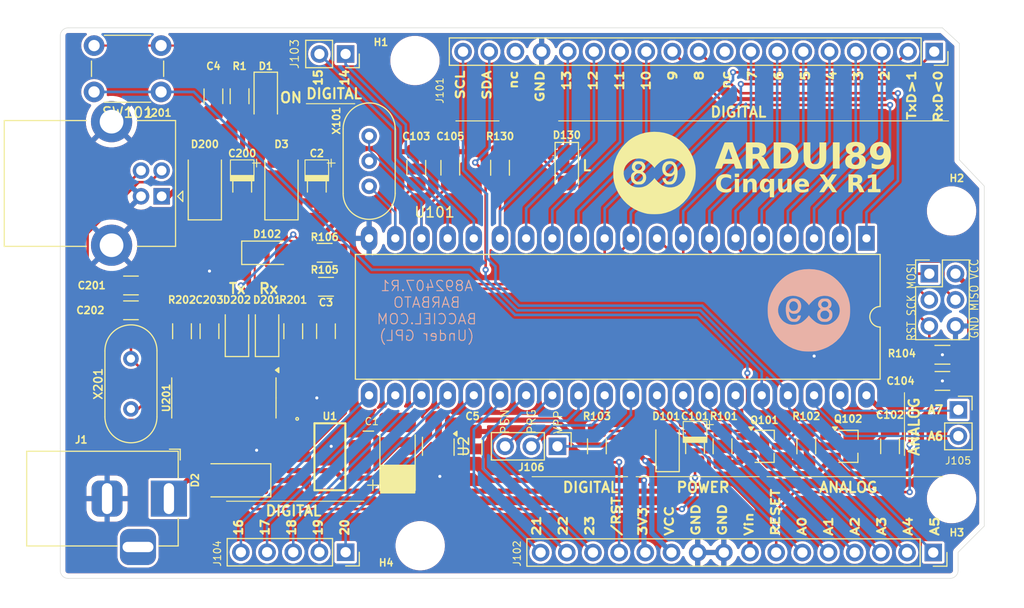
<source format=kicad_pcb>
(kicad_pcb (version 20240108) (generator "pcbnew") (generator_version "8.0")
  (title_block (title "Ardui89 Cinque X") (date "2024-07-31") (rev "1") (company "C. BARBATO") (comment 1 "A892407"))
  (layers (0 "F.Cu" signal) (31 "B.Cu" signal) (34 "B.Paste" user) (35 "F.Paste" user) (36 "B.SilkS" user "B.Silkscreen") (37 "F.SilkS" user "F.Silkscreen") (38 "B.Mask" user) (39 "F.Mask" user) (44 "Edge.Cuts" user))
  (net 0 "")
  (net 1 "VCC")
  (net 2 "GND")
  (net 3 "/RESET")
  (net 4 "Net-(U201-XI)")
  (net 5 "Net-(U201-V3)")
  (net 6 "Net-(U201-XO)")
  (net 7 "/D9")
  (net 8 "/D13")
  (net 9 "/D12")
  (net 10 "/D8")
  (net 11 "/D10")
  (net 12 "/D11")
  (net 13 "/D7")
  (net 14 "/D1")
  (net 15 "/D0")
  (net 16 "/D5")
  (net 17 "/D4")
  (net 18 "/D6")
  (net 19 "/D2")
  (net 20 "/D3")
  (net 21 "/A2")
  (net 22 "/A3")
  (net 23 "/A1")
  (net 24 "/A0")
  (net 25 "/D+")
  (net 26 "/D-")
  (net 27 "/Tx")
  (net 28 "/Rx")
  (net 34 "/D21")
  (net 35 "/D20")
  (net 36 "/D22")
  (net 37 "/3.3V")
  (net 38 "Net-(D3-A)")
  (net 39 "/A4_SDA")
  (net 40 "/A5_SCL")
  (net 41 "Net-(D1-A)")
  (net 42 "Net-(D200-A)")
  (net 44 "/Vin")
  (net 45 "Net-(D2-A)")
  (net 46 "Net-(D130-A)")
  (net 47 "/{slash}RST")
  (net 48 "Net-(D101-A)")
  (net 51 "Net-(U101-XTAL2)")
  (net 52 "Net-(U101-XTAL1)")
  (net 53 "Net-(D201-A)")
  (net 54 "/D14")
  (net 55 "/D15")
  (net 56 "/D23")
  (net 57 "/D17")
  (net 58 "/D18")
  (net 59 "/D19")
  (net 60 "/D16")
  (net 61 "/A6")
  (net 62 "/A7")
  (net 63 "Net-(J106-Pin_1)")
  (net 64 "Net-(J106-Pin_2)")
  (net 65 "Net-(J106-Pin_3)")
  (net 66 "/RTS")
  (net 67 "Net-(Q101-C)")
  (net 69 "Net-(D202-A)")
  (net 70 "Net-(D102-A)")
  (net 71 "Net-(Q102-C)")
  (footprint "Crystal:Crystal_HC49-4H_Vertical" (layer "F.Cu") (at 109.484 109.474 -90)
    (property "Reference" "X201")
    (property "Value" "12MHz")
  )
  (footprint "BACKCIEL:Ardu89_Uno_Analog_Power_Connector" (layer "F.Cu") (at 187.335 128.397 -90)
    (property "Reference" "J102")
    (property "Value" "Conn_01x16" (hide yes))
  )
  (footprint "Resistor_SMD:R_1206_3216Metric_Pad1.30x1.75mm_HandSolder" (layer "F.Cu") (at 128.28 99.187 180)
    (property "Reference" "R106")
    (property "Value" "330")
  )
  (footprint "BACKCIEL:C_1206_POL_3216Metric_Pad1.33x1.80mm_HandSolder" (layer "F.Cu") (at 164.221 117.983 -90)
    (property "Reference" "C101")
    (property "Value" "10µ")
  )
  (footprint "MountingHole:MountingHole_4.3mm_M4_DIN965" (layer "F.Cu") (at 189.113 95.123)
    (property "Reference" "H2")
    (property "Value" "MountingHole")
  )
  (footprint "Connector_PinSocket_2.54mm:PinSocket_1x02_P2.54mm_Vertical" (layer "F.Cu") (at 189.773 114.447)
    (property "Reference" "J105")
    (property "Value" "Extented Port")
  )
  (footprint "Package_DIP:DIP-40_W15.24mm_LongPads" (layer "F.Cu") (at 180.853 97.785 -90)
    (property "Reference" "U101")
    (property "Value" "89C5x")
  )
  (footprint "Connector_PinHeader_2.54mm:PinHeader_1x03_P2.54mm_Vertical" (layer "F.Cu") (at 150.871 117.983 -90)
    (property "Reference" "J106")
    (property "Value" "Conn_01x03")
  )
  (footprint "Diode_SMD:D_MELF" (layer "F.Cu") (at 116.653 92.581125 90)
    (property "Reference" "D200")
    (property "Value" "SM34")
  )
  (footprint "Diode_SMD:D_1206_3216Metric_Pad1.42x1.75mm_HandSolder" (layer "F.Cu") (at 122.692 99.187)
    (property "Reference" "D102")
    (property "Value" "1N5819W")
  )
  (footprint "Package_TO_SOT_SMD:TSOT-23-5_HandSoldering" (layer "F.Cu") (at 139.329 117.983 -90)
    (property "Reference" "U2")
    (property "Value" "LP2985-33DBVR")
  )
  (footprint "MountingHole:MountingHole_4.3mm_M4_DIN965" (layer "F.Cu") (at 189.113 123.063)
    (property "Reference" "H3")
    (property "Value" "MountingHole")
  )
  (footprint "BACKCIEL:Crystal_HC49-U-3PinB_Vertical" (layer "F.Cu") (at 132.598 87.847 -90)
    (property "Reference" "X101")
    (property "Value" "11.0592MHz")
  )
  (footprint "Package_SO:SOIC-16_3.9x9.9mm_P1.27mm" (layer "F.Cu") (at 118.501 113.284 -90)
    (property "Reference" "U201")
    (property "Value" "CH340G")
  )
  (footprint "BACKCIEL:Ardu89_Uno_Digital_Connector" (layer "F.Cu") (at 187.325 79.629 -90)
    (property "Reference" "J101")
    (property "Value" "Conn_01x19" (hide yes))
  )
  (footprint "Connector_PinSocket_2.54mm:PinSocket_1x02_P2.54mm_Vertical" (layer "F.Cu") (at 130.312 79.883 -90)
    (property "Reference" "J103")
    (property "Value" "Extented Port")
  )
  (footprint "Resistor_SMD:R_1206_3216Metric_Pad1.30x1.75mm_HandSolder" (layer "F.Cu") (at 120.025 83.9835 90)
    (property "Reference" "R1")
    (property "Value" "1k")
  )
  (footprint "Package_TO_SOT_SMD:TSOT-23_HandSoldering" (layer "F.Cu") (at 170.952 117.983)
    (property "Reference" "Q101")
    (property "Value" "MMBTA2907")
  )
  (footprint "Resistor_SMD:R_1206_3216Metric_Pad1.30x1.75mm_HandSolder" (layer "F.Cu") (at 114.437 106.807 -90)
    (property "Reference" "R202")
    (property "Value" "1k")
  )
  (footprint "Capacitor_SMD:C_1206_3216Metric_Pad1.33x1.80mm_HandSolder" (layer "F.Cu") (at 188.224 111.633 180)
    (property "Reference" "C104")
    (property "Value" "100n")
  )
  (footprint "Diode_SMD:D_MELF" (layer "F.Cu") (at 124.089 92.583 90)
    (property "Reference" "D3")
    (property "Value" "SM34")
  )
  (footprint "Capacitor_SMD:C_1206_3216Metric_Pad1.33x1.80mm_HandSolder" (layer "F.Cu") (at 109.484 104.775 180)
    (property "Reference" "C202")
    (property "Value" "27p")
  )
  (footprint "Resistor_SMD:R_1206_3216Metric_Pad1.30x1.75mm_HandSolder" (layer "F.Cu") (at 166.888 117.983 90)
    (property "Reference" "R101")
    (property "Value" "1k")
  )
  (footprint "BACKCIEL:C_2512_Pol_Tantale_Trainning" (layer "F.Cu") (at 135.519 118.999 90)
    (property "Reference" "C1")
    (property "Value" "10µ")
  )
  (footprint "Button_Switch_THT:SW_PUSH_6mm" (layer "F.Cu") (at 112.405 83.566 180)
    (property "Reference" "SW101")
    (property "Value" "SW_Push")
  )
  (footprint "Resistor_SMD:R_1206_3216Metric_Pad1.30x1.75mm_HandSolder" (layer "F.Cu") (at 188.224 109.093 180)
    (property "Reference" "R104")
    (property "Value" "1k")
  )
  (footprint "Diode_SMD:D_1206_3216Metric_Pad1.42x1.75mm_HandSolder" (layer "F.Cu") (at 122.565 84.1105 -90)
    (property "Reference" "D1")
    (property "Value" "LED")
  )
  (footprint "Connector_PinHeader_2.54mm:PinHeader_2x03_P2.54mm_Vertical" (layer "F.Cu") (at 186.954 101.219)
    (property "Reference" "ICSP101" (hide yes))
    (property "Value" "M20-9980346")
  )
  (footprint "Resistor_SMD:R_1206_3216Metric_Pad1.30x1.75mm_HandSolder" (layer "F.Cu") (at 154.696 117.983 90)
    (property "Reference" "R103")
    (property "Value" "1k")
  )
  (footprint "Connector_PinSocket_2.54mm:PinSocket_1x05_P2.54mm_Vertical" (layer "F.Cu") (at 130.312 128.27 -90)
    (property "Reference" "J104")
    (property "Value" "Extended Port")
  )
  (footprint "Diode_SMD:D_1206_3216Metric_Pad1.42x1.75mm_HandSolder" (layer "F.Cu") (at 151.775 90.932 -90)
    (property "Reference" "D130")
    (property "Value" "BUILTIN_LED")
  )
  (footprint "Diode_SMD:D_1206_3216Metric_Pad1.42x1.75mm_HandSolder" (layer "F.Cu") (at 122.692 106.807 90)
    (property "Reference" "D201")
    (property "Value" "Rx LED")
  )
  (footprint "Resistor_SMD:R_1206_3216Metric_Pad1.30x1.75mm_HandSolder" (layer "F.Cu") (at 128.407 102.489 180)
    (property "Reference" "R105")
    (property "Value" "330")
  )
  (footprint "Diode_SMD:D_1206_3216Metric_Pad1.42x1.75mm_HandSolder" (layer "F.Cu") (at 119.771 106.807 90)
    (property "Reference" "D202")
    (property "Value" "Tx LED")
  )
  (footprint "Diode_SMD:D_MELF" (layer "F.Cu") (at 119.644 121.285 180)
    (property "Reference" "D2")
    (property "Value" "SM34")
  )
  (footprint "Capacitor_SMD:C_1206_3216Metric_Pad1.33x1.80mm_HandSolder" (layer "F.Cu") (at 140.472 90.932 90)
    (property "Reference" "C105")
    (property "Value" "22p")
  )
  (footprint "Capacitor_SMD:C_1206_3216Metric_Pad1.33x1.80mm_HandSolder" (layer "F.Cu") (at 117.104 106.807 90)
    (property "Reference" "C203")
    (property "Value" "100n")
  )
  (footprint "Diode_SMD:D_1206_3216Metric_Pad1.42x1.75mm_HandSolder" (layer "F.Cu") (at 161.554 117.983 90)
    (property "Reference" "D101")
    (property "Value" "1N5819W")
  )
  (footprint "Resistor_SMD:R_1206_3216Metric_Pad1.30x1.75mm_HandSolder" (layer "F.Cu") (at 175.016 117.983 -90)
    (property "Reference" "R102")
    (property "Value" "4k7")
  )
  (footprint "PRJ:ardu89_logo_8mmx8mm" (layer "F.Cu") (at 160.284 91.44)
    (property "Reference" "G***" (hide yes))
    (property "Value" "LOGO" (hide yes))
  )
  (footprint "Capacitor_SMD:C_1206_3216Metric_Pad1.33x1.80mm_HandSolder" (layer "F.Cu") (at 183.144 117.983 -90)
    (property "Reference" "C102")
    (property "Value" "100n")
  )
  (footprint "BACKCIEL:C_1206_POL_3216Metric_Pad1.33x1.80mm_HandSolder" (layer "F.Cu") (at 127.518 92.583 -90)
    (property "Reference" "C2")
    (property "Value" "10µ")
  )
  (footprint "Capacitor_SMD:C_1206_3216Metric_Pad1.33x1.80mm_HandSolder" (layer "F.Cu") (at 109.484 102.362 180)
    (property "Reference" "C201")
    (property "Value" "27p")
  )
  (footprint "Resistor_SMD:R_1206_3216Metric_Pad1.30x1.75mm_HandSolder" (layer "F.Cu") (at 145.298 90.932 -90)
    (property "Reference" "R130")
    (property "Value" "1k")
  )
  (footprint "Package_TO_SOT_SMD:TSOT-23_HandSoldering" (layer "F.Cu") (at 179.08 117.983)
    (property "Reference" "Q102")
    (property "Value" "MMBTA2907")
  )
  (footprint "LD1117S50TR:SOT230P700X180-4N" (layer "F.Cu") (at 128.788 118.999)
    (property "Reference" "U1")
    (property "Value" "LD1117S50TR")
  )
  (footprint "Capacitor_SMD:C_1206_3216Metric_Pad1.33x1.80mm_HandSolder" (layer "F.Cu") (at 137.17 90.932 90)
    (property "Reference" "C103")
    (property "Value" "22p")
  )
  (footprint "BACKCIEL:C_1206_POL_3216Metric_Pad1.33x1.80mm_HandSolder" (layer "F.Cu") (at 120.279 92.583 -90)
    (property "Reference" "C200")
    (property "Value" "10µ")
  )
  (footprint "Resistor_SMD:R_1206_3216Metric_Pad1.30x1.75mm_HandSolder" (layer "F.Cu") (at 125.232 106.807 90)
    (property "Reference" "R201")
    (property "Value" "1k")
  )
  (footprint "Capacitor_SMD:C_1206_3216Metric_Pad1.33x1.80mm_HandSolder" (layer "F.Cu") (at 142.631 118.11 90)
    (property "Reference" "C5")
    (property "Value" "100n")
  )
  (footprint "MountingHole:MountingHole_4.3mm_M4_DIN965" (layer "F.Cu") (at 137.043 80.518)
    (property "Reference" "H1")
    (property "Value" "Mounting Hole 4.3mm")
  )
  (footprint "Connector_USB:USB_B_Lumberg_2411_02_Horizontal" (layer "F.Cu") (at 112.4615 93.704491 180)
    (property "Reference" "J201")
    (property "Value" "USB_TYPE_B")
  )
  (footprint "Capacitor_SMD:C_1206_3216Metric_Pad1.33x1.80mm_HandSolder" (layer "F.Cu") (at 128.407 106.805491 -90)
    (property "Reference" "C3")
    (property "Value" "100n")
  )
  (footprint "MountingHole:MountingHole_4.3mm_M4_DIN965" (layer "F.Cu") (at 137.551 127.635)
    (property "Reference" "H4")
    (property "Value" "MountingHole")
  )
  (footprint "Connector_BarrelJack:BarrelJack_Horizontal" (layer "F.Cu") (at 113.167 123.061491)
    (property "Reference" "J1")
    (property "Value" "Jack-DC")
  )
  (footprint "Capacitor_SMD:C_1206_3216Metric_Pad1.33x1.80mm_HandSolder" (layer "F.Cu") (at 117.485 83.985009 -90)
    (property "Reference" "C4")
    (property "Value" "100n")
  )
  (footprint "PRJ:ardu89_logo_8mmx8mm" (layer "B.Cu") (at 175.27 104.775 180)
    (property "Reference" "G***" (hide yes))
    (property "Value" "LOGO" (hide yes))
  )
  (gr_line (start 118.755 123.317) (end 132.09 123.317) (stroke (width 0.1)) (layer "F.SilkS"))
  (gr_line (start 126.502 84.709) (end 131.201 84.709) (stroke (width 0.1)) (layer "F.SilkS"))
  (gr_line (start 184.541 112.776) (end 184.541 118.872) (stroke (width 0.1)) (layer "F.SilkS"))
  (gr_line (start 189.748 128.27) (end 189.748 130.048) (stroke (width 0.05)) (layer "Edge.Cuts"))
  (gr_arc (start 189.748 130.048) (mid 189.511464 130.58823) (end 188.96512 130.810278) (stroke (width 0.05)) (layer "Edge.Cuts"))
  (gr_line (start 102.626 130.048) (end 102.626 78.105) (stroke (width 0.05)) (layer "Edge.Cuts"))
  (gr_line (start 188.224 77.343) (end 189.875 78.867) (stroke (width 0.05)) (layer "Edge.Cuts"))
  (gr_line (start 189.875 90.17) (end 192.288 92.71) (stroke (width 0.05)) (layer "Edge.Cuts"))
  (gr_arc (start 103.388 130.81) (mid 102.849185 130.586815) (end 102.626 130.048) (stroke (width 0.05)) (layer "Edge.Cuts"))
  (gr_line (start 192.288 125.73) (end 189.748 128.27) (stroke (width 0.05)) (layer "Edge.Cuts"))
  (gr_line (start 103.388 77.343) (end 188.224 77.343) (stroke (width 0.05)) (layer "Edge.Cuts"))
  (gr_line (start 189.875 78.867) (end 189.875 90.17) (stroke (width 0.05)) (layer "Edge.Cuts"))
  (gr_line (start 188.96512 130.810278) (end 103.388 130.81) (stroke (width 0.05)) (layer "Edge.Cuts"))
  (gr_line (start 192.288 92.71) (end 192.288 125.73) (stroke (width 0.05)) (layer "Edge.Cuts"))
  (gr_arc (start 102.626 78.104999) (mid 102.849185 77.566184) (end 103.388 77.342999) (stroke (width 0.05)) (layer "Edge.Cuts"))
  (gr_text "A892407.R1\nBARBATO\nBACCIEL.COM\n(Under GPL)" (at 138.186 107.823 0) (layer "B.SilkS") (effects (font (size 1 1) (thickness 0.1)) (justify bottom mirror)))
  (gr_text "ON\n" (at 123.835 84.709 0) (layer "F.SilkS") (effects (font (size 1 1) (thickness 0.2) (bold yes)) (justify left bottom)))
  (gr_text "15\n\n14" (at 130.693 83.058 90) (layer "F.SilkS") (effects (font (size 0.8 0.8) (thickness 0.2) (bold yes)) (justify left bottom)))
  (gr_text "DIGITAL" (at 126.375 84.328 0) (layer "F.SilkS") (effects (font (size 1 1) (thickness 0.2) (bold yes)) (justify left bottom)))
  (gr_text "16\n\n17\n\n18\n\n19\n\n20" (at 130.693 126.746 90) (layer "F.SilkS") (effects (font (size 0.8 0.8) (thickness 0.2) (bold yes)) (justify left bottom)))
  (gr_text "ANALOG" (at 186.065 116.078 90) (layer "F.SilkS") (effects (font (size 1 1) (thickness 0.2) (bold yes)) (justify bottom)))
  (gr_text "L" (at 153.172 91.313 0) (layer "F.SilkS") (effects (font (size 1 1) (thickness 0.2) (bold yes)) (justify left bottom)))
  (gr_text "A7\n\nA6" (at 186.7 117.475 0) (layer "F.SilkS") (effects (font (size 0.8 0.8) (thickness 0.2) (bold yes)) (justify left bottom)))
  (gr_text "Cinque X R1" (at 174.254 93.599 0) (layer "F.SilkS") (effects (font (size 1.7 1.7) (thickness 0.3) (bold yes)) (justify bottom)))
  (gr_text "ARDUI89" (at 166.126 91.44 0) (layer "F.SilkS") (effects (font (size 2.5 2.5) (thickness 0.3) (bold yes)) (justify left bottom)))
  (gr_text "PSN\n\nPRG\n\nVPP" (at 151.394 116.84 90) (layer "F.SilkS") (effects (font (size 0.8 0.8) (thickness 0.1)) (justify left bottom)))
  (gr_text "DIGITAL" (at 122.438 124.841 0) (layer "F.SilkS") (effects (font (size 1 1) (thickness 0.2) (bold yes)) (justify left bottom)))
  (segment (start 153.208122 117.856) (end 157.871 117.856) (width 0.5) (layer "F.Cu") (net 1))
  (segment (start 185.041 120.658) (end 186.192 119.507) (width 0.5) (layer "F.Cu") (net 1))
  (segment (start 186.192 115.2275) (end 189.7865 111.633) (width 0.5) (layer "F.Cu") (net 1))
  (segment (start 161.554 119.4705) (end 162.5915 118.433) (width 0.5) (layer "F.Cu") (net 1))
  (segment (start 150.787122 115.435) (end 153.208122 117.856) (width 0.5) (layer "F.Cu") (net 1))
  (segment (start 140.279 115.25) (end 140.464 115.435) (width 0.5) (layer "F.Cu") (net 1))
  (segment (start 135.7525 118.5545) (end 133.233 121.074) (width 0.5) (layer "F.Cu") (net 1))
  (segment (start 170.942 120.633) (end 175.994999 120.633) (width 0.5) (layer "F.Cu") (net 1))
  (segment (start 138.379 115.273001) (end 138.829001 114.823) (width 0.5) (layer "F.Cu") (net 1))
  (segment (start 124.089 94.983) (end 124.089 96.52) (width 0.5) (layer "F.Cu") (net 1))
  (segment (start 175.994999 120.633) (end 177.37 119.257999) (width 0.5) (layer "F.Cu") (net 1))
  (segment (start 161.4635 119.38) (end 161.554 119.4705) (width 0.5) (layer "F.Cu") (net 1))
  (segment (start 138.379 117.028) (end 136.8525 118.5545) (width 0.5) (layer "F.Cu") (net 1))
  (segment (start 139.852 114.823) (end 140.279 115.25) (width 0.5) (layer "F.Cu") (net 1))
  (segment (start 122.692 100.345878) (end 126.557 104.210878) (width 0.5) (layer "F.Cu") (net 1))
  (segment (start 140.464 115.435) (end 150.787122 115.435) (width 0.5) (layer "F.Cu") (net 1))
  (segment (start 122.946 118.532) (end 122.946 115.759) (width 0.5) (layer "F.Cu") (net 1))
  (segment (start 190.874 102.599) (end 189.494 101.219) (width 0.5) (layer "F.Cu") (net 1))
  (segment (start 125.232 113.473) (end 125.232 108.357) (width 0.5) (layer "F.Cu") (net 1))
  (segment (start 140.279 115.25) (end 140.279 116.273) (width 0.5) (layer "F.Cu") (net 1))
  (segment (start 189.7865 111.633) (end 190.874 110.5455) (width 0.5) (layer "F.Cu") (net 1))
  (segment (start 120.318 85.8265) (end 120.025 85.5335) (width 0.5) (layer "F.Cu") (net 1))
  (segment (start 114.437 97.197125) (end 114.437 105.257) (width 0.5) (layer "F.Cu") (net 1))
  (segment (start 120.318 89.24175) (end 120.318 85.8265) (width 0.5) (layer "F.Cu") (net 1))
  (segment (start 122.692 97.917) (end 122.692 100.345878) (width 0.5) (layer "F.Cu") (net 1))
  (segment (start 159.395 119.38) (end 161.4635 119.38) (width 0.5) (layer "F.Cu") (net 1))
  (segment (start 168.642 119.533) (end 169.242 118.933) (width 0.5) (layer "F.Cu") (net 1))
  (segment (start 120.422125 91.316125) (end 124.089 94.983) (width 0.5) (layer "F.Cu") (net 1))
  (segment (start 162.5915 118.433) (end 165.788 118.433) (width 0.5) (layer "F.Cu") (net 1))
  (segment (start 120.025 85.5335) (end 120.025 84.962509) (width 0.5) (layer "F.Cu") (net 1))
  (segment (start 112.405 79.066) (end 114.128491 79.066) (width 0.2) (layer "F.Cu") (net 1))
  (segment (start 177.37 119.257999) (end 177.37 118.933) (width 0.5) (layer "F.Cu") (net 1))
  (segment (start 157.871 117.856) (end 159.395 119.38) (width 0.5) (layer "F.Cu") (net 1))
  (segment (start 138.379 116.273) (end 138.379 115.273001) (width 0.5) (layer "F.Cu") (net 1))
  (segment (start 105.905 79.066) (end 112.405 79.066) (width 0.2) (layer "F.Cu") (net 1))
  (segment (start 120.318 91.316125) (end 120.318 89.24175) (width 0.5) (layer "F.Cu") (net 1))
  (segment (start 126.557 104.210878) (end 126.557 107.032) (width 0.5) (layer "F.Cu") (net 1))
  (segment (start 126.557 107.032) (end 125.232 108.357) (width 0.5) (layer "F.Cu") (net 1))
  (segment (start 138.829001 114.823) (end 139.852 114.823) (width 0.5) (layer "F.Cu") (net 1))
  (segment (start 138.379 116.22392) (end 138.379 117.028) (width 0.5) (layer "F.Cu") (net 1))
  (segment (start 120.025 84.962509) (end 117.485 82.422509) (width 0.5) (layer "F.Cu") (net 1))
  (segment (start 124.089 96.52) (end 122.692 97.917) (width 0.5) (layer "F.Cu") (net 1))
  (segment (start 133.233 121.074) (end 129.974 121.074) (width 0.5) (layer "F.Cu") (net 1))
  (segment (start 120.318 91.316125) (end 120.422125 91.316125) (width 0.5) (layer "F.Cu") (net 1))
  (segment (start 129.249 120.349) (end 124.763 120.349) (width 0.5) (layer "F.Cu") (net 1))
  (segment (start 114.128491 79.066) (end 117.485 82.422509) (width 0.2) (layer "F.Cu") (net 1))
  (segment (start 120.025 85.5335) (end 120.03875 85.5335) (width 0.5) (layer "F.Cu") (net 1))
  (segment (start 177.37 118.933) (end 179.095 120.658) (width 0.5) (layer "F.Cu") (net 1))
  (segment (start 129.974 121.074) (end 129.249 120.349) (width 0.5) (layer "F.Cu") (net 1))
  (segment (start 116.653 94.981125) (end 120.318 91.316125) (width 0.5) (layer "F.Cu") (net 1))
  (segment (start 189.7865 111.633) (end 189.7865 111.8335) (width 0.5) (layer "F.Cu") (net 1))
  (segment (start 165.788 118.433) (end 166.888 119.533) (width 0.5) (layer "F.Cu") (net 1))
  (segment (start 136.8525 118.5545) (end 135.7525 118.5545) (width 0.5) (layer "F.Cu") (net 1))
  (segment (start 166.888 119.533) (end 168.642 119.533) (width 0.5) (layer "F.Cu") (net 1))
  (segment (start 190.874 110.5455) (end 190.874 102.599) (width 0.5) (layer "F.Cu") (net 1))
  (segment (start 116.653 94.981125) (end 114.437 97.197125) (width 0.5) (layer "F.Cu") (net 1))
  (segment (start 179.095 120.658) (end 185.041 120.658) (width 0.5) (layer "F.Cu") (net 1))
  (segment (start 169.242 118.933) (end 170.942 120.633) (width 0.5) (layer "F.Cu") (net 1))
  (segment (start 186.192 119.507) (end 186.192 115.2275) (width 0.5) (layer "F.Cu") (net 1))
  (segment (start 124.763 120.349) (end 122.946 118.532) (width 0.5) (layer "F.Cu") (net 1))
  (segment (start 122.946 115.759) (end 125.232 113.473) (width 0.5) (layer "F.Cu") (net 1))
  (via (at 159.395 119.38) (size 0.6) (drill 0.3) (layers "F.Cu" "B.Cu") (net 1))
  (segment (start 160.03 120.015) (end 159.395 119.38) (width 0.5) (layer "B.Cu") (net 1))
  (segment (start 159.395 119.38) (end 159.522 119.507) (width 0.5) (layer "B.Cu") (net 1))
  (segment (start 160.03 126.393) (end 160.03 120.015) (width 0.5) (layer "B.Cu") (net 1))
  (segment (start 160.03 126.393) (end 161.935 128.298) (width 0.5) (layer "B.Cu") (net 1))
  (via (at 127.518 113.284) (size 0.6) (drill 0.3) (layers "F.Cu" "B.Cu") (net 2))
  (via (at 188.224 109.093) (size 0.6) (drill 0.3) (layers "F.Cu" "B.Cu") (net 2))
  (via (at 139.456 120.904) (size 0.6) (drill 0.3) (layers "F.Cu" "B.Cu") (net 2))
  (via (at 128.915 117.983) (size 0.6) (drill 0.3) (layers "F.Cu" "B.Cu") (net 2))
  (via (at 188.224 111.633) (size 0.6) (drill 0.3) (layers "F.Cu" "B.Cu") (net 2))
  (via (at 121.676 118.364) (size 0.6) (drill 0.3) (layers "F.Cu" "B.Cu") (net 2))
  (via (at 175.778 109.22) (size 0.6) (drill 0.3) (layers "F.Cu" "B.Cu") (net 2))
  (via (at 117.104 100.965) (size 0.6) (drill 0.3) (layers "F.Cu" "B.Cu") (net 2))
  (segment (start 186.6615 111.633) (end 185.049 113.2455) (width 0.25) (layer "F.Cu") (net 3))
  (segment (start 186.954 108.813) (end 186.674 109.093) (width 0.25) (layer "F.Cu") (net 3))
  (segment (start 186.674 109.093) (end 186.674 111.6205) (width 0.25) (layer "F.Cu") (net 3))
  (segment (start 160.533 97.785) (end 160.533 96.769) (width 0.25) (layer "F.Cu") (net 3))
  (segment (start 172.095 124.206) (end 173.873 122.428) (width 0.25) (layer "F.Cu") (net 3))
  (segment (start 173.873 122.428) (end 185.049 122.428) (width 0.25) (layer "F.Cu") (net 3))
  (segment (start 172.095 128.298) (end 172.095 124.206) (width 0.25) (layer "F.Cu") (net 3))
  (segment (start 164.142 101.394) (end 160.533 97.785) (width 0.25) (layer "F.Cu") (net 3))
  (segment (start 186.954 106.299) (end 182.049 101.394) (width 0.25) (layer "F.Cu") (net 3))
  (segment (start 185.049 113.2455) (end 185.049 117.856) (width 0.25) (layer "F.Cu") (net 3))
  (segment (start 164.142 101.394) (end 182.049 101.394) (width 0.25) (layer "F.Cu") (net 3))
  (segment (start 186.954 106.299) (end 186.954 108.813) (width 0.25) (layer "F.Cu") (net 3))
  (via (at 185.049 117.856) (size 0.6) (drill 0.3) (layers "F.Cu" "B.Cu") (net 3))
  (via (at 185.049 122.428) (size 0.6) (drill 0.3) (layers "F.Cu" "B.Cu") (net 3))
  (segment (start 185.049 117.856) (end 185.049 122.428) (width 0.25) (layer "B.Cu") (net 3))
  (segment (start 112.034 108.976) (end 112.567 109.509) (width 0.25) (layer "F.Cu") (net 4))
  (segment (start 115.326 112.141) (end 115.326 110.809) (width 0.25) (layer "F.Cu") (net 4))
  (segment (start 112.034 103.3495) (end 112.034 108.976) (width 0.25) (layer "F.Cu") (net 4))
  (segment (start 115.072 112.395) (end 115.326 112.141) (width 0.25) (layer "F.Cu") (net 4))
  (segment (start 110.192 114.354) (end 112.151 112.395) (width 0.25) (layer "F.Cu") (net 4))
  (segment (start 109.484 114.354) (end 110.192 114.354) (width 0.25) (layer "F.Cu") (net 4))
  (segment (start 111.0465 102.362) (end 112.034 103.3495) (width 0.25) (layer "F.Cu") (net 4))
  (segment (start 115.326 110.109) (end 115.326 110.809) (width 0.25) (layer "F.Cu") (net 4))
  (segment (start 114.726 109.509) (end 115.326 110.109) (width 0.25) (layer "F.Cu") (net 4))
  (segment (start 112.567 109.509) (end 114.726 109.509) (width 0.25) (layer "F.Cu") (net 4))
  (segment (start 112.151 112.395) (end 115.072 112.395) (width 0.25) (layer "F.Cu") (net 4))
  (segment (start 119.136 110.809) (end 119.136 110.4015) (width 0.2) (layer "F.Cu") (net 5))
  (segment (start 119.136 110.4015) (end 117.104 108.3695) (width 0.2) (layer "F.Cu") (net 5))
  (segment (start 111.0465 104.775) (end 109.484 106.3375) (width 0.25) (layer "F.Cu") (net 6))
  (segment (start 109.484 109.474) (end 110.819 110.809) (width 0.25) (layer "F.Cu") (net 6))
  (segment (start 110.819 110.809) (end 114.056 110.809) (width 0.25) (layer "F.Cu") (net 6))
  (segment (start 109.484 106.3375) (end 109.484 109.474) (width 0.25) (layer "F.Cu") (net 6))
  (segment (start 167.215 84.836) (end 162.03 79.651) (width 0.25) (layer "F.Cu") (net 7))
  (segment (start 183.144 84.836) (end 167.215 84.836) (width 0.25) (layer "F.Cu") (net 7))
  (via (at 183.144 84.836) (size 0.6) (drill 0.3) (layers "F.Cu" "B.Cu") (net 7))
  (segment (start 183.139 84.841) (end 183.144 84.836) (width 0.25) (layer "B.Cu") (net 7))
  (segment (start 183.139 90.302) (end 183.139 84.841) (width 0.25) (layer "B.Cu") (net 7))
  (segment (start 178.313 97.785) (end 178.313 95.128) (width 0.25) (layer "B.Cu") (net 7))
  (segment (start 183.144 84.836) (end 183.139 84.831) (width 0.25) (layer "B.Cu") (net 7))
  (segment (start 178.313 95.128) (end 183.139 90.302) (width 0.25) (layer "B.Cu") (net 7))
  (segment (start 145.298 97.78) (end 145.293 97.785) (width 0.25) (layer "F.Cu") (net 8))
  (segment (start 145.298 92.482) (end 145.298 97.78) (width 0.25) (layer "F.Cu") (net 8))
  (segment (start 145.293 95.128) (end 151.87 88.551) (width 0.25) (layer "B.Cu") (net 8))
  (segment (start 145.293 97.785) (end 145.293 95.128) (width 0.25) (layer "B.Cu") (net 8))
  (segment (start 151.87 88.551) (end 151.87 79.651) (width 0.25) (layer "B.Cu") (net 8))
  (segment (start 147.833 95.128) (end 147.833 97.785) (width 0.25) (layer "B.Cu") (net 9))
  (segment (start 154.41 88.297) (end 147.838 94.869) (width 0.25) (layer "B.Cu") (net 9))
  (segment (start 154.41 79.651) (end 154.41 88.297) (width 0.25) (layer "B.Cu") (net 9))
  (segment (start 147.838 95.123) (end 147.833 95.128) (width 0.25) (layer "B.Cu") (net 9))
  (segment (start 147.838 94.869) (end 147.838 95.123) (width 0.25) (layer "B.Cu") (net 9))
  (segment (start 183.906 83.693) (end 168.612 83.693) (width 0.25) (layer "F.Cu") (net 10))
  (segment (start 168.612 83.693) (end 164.57 79.651) (width 0.25) (layer "F.Cu") (net 10))
  (via (at 183.906 83.693) (size 0.6) (drill 0.3) (layers "F.Cu" "B.Cu") (net 10))
  (segment (start 180.853 97.785) (end 180.853 95.255) (width 0.25) (layer "B.Cu") (net 10))
  (segment (start 183.906 92.202) (end 183.906 83.693) (width 0.25) (layer "B.Cu") (net 10))
  (segment (start 180.853 95.255) (end 183.906 92.202) (width 0.25) (layer "B.Cu") (net 10))
  (segment (start 159.49 88.551) (end 159.49 79.651) (width 0.25) (layer "B.Cu") (net 11))
  (segment (start 152.913 97.785) (end 152.913 95.128) (width 0.25) (layer "B.Cu") (net 11))
  (segment (start 152.913 95.128) (end 159.49 88.551) (width 0.25) (layer "B.Cu") (net 11))
  (segment (start 156.95 88.424) (end 156.95 79.651) (width 0.25) (layer "B.Cu") (net 12))
  (segment (start 150.373 97.785) (end 150.373 95.001) (width 0.25) (layer "B.Cu") (net 12))
  (segment (start 150.373 95.001) (end 156.95 88.424) (width 0.25) (layer "B.Cu") (net 12))
  (segment (start 186.954 103.759) (end 184.139 100.944) (width 0.25) (layer "F.Cu") (net 13))
  (segment (start 164.703 100.944) (end 163.073 99.314) (width 0.25) (layer "F.Cu") (net 13))
  (segment (start 163.073 99.314) (end 163.073 97.785) (width 0.25) (layer "F.Cu") (net 13))
  (segment (start 184.139 100.944) (end 164.703 100.944) (width 0.25) (layer "F.Cu") (net 13))
  (segment (start 163.073 97.785) (end 163.073 95.128) (width 0.25) (layer "B.Cu") (net 13))
  (segment (start 163.073 95.128) (end 169.65 88.551) (width 0.25) (layer "B.Cu") (net 13))
  (segment (start 169.65 88.551) (end 169.65 79.651) (width 0.25) (layer "B.Cu") (net 13))
  (segment (start 153.172 102.235) (end 132.878 102.235) (width 0.25) (layer "F.Cu") (net 14))
  (segment (start 155.453 99.954) (end 153.172 102.235) (width 0.25) (layer "F.Cu") (net 14))
  (segment (start 132.878 102.235) (end 129.83 99.187) (width 0.25) (layer "F.Cu") (net 14))
  (segment (start 182.88 81.661) (end 184.89 79.651) (width 0.25) (layer "F.Cu") (net 14))
  (segment (start 167.904 81.661) (end 182.88 81.661) (width 0.25) (layer "F.Cu") (net 14))
  (segment (start 155.453 97.785) (end 155.453 99.954) (width 0.25) (layer "F.Cu") (net 14))
  (via (at 167.904 81.661) (size 0.6) (drill 0.3) (layers "F.Cu" "B.Cu") (net 14))
  (segment (start 167.904 82.423) (end 167.904 81.661) (width 0.25) (layer "B.Cu") (net 14))
  (segment (start 155.453 94.874) (end 167.904 82.423) (width 0.25) (layer "B.Cu") (net 14))
  (segment (start 155.453 97.785) (end 155.453 94.874) (width 0.25) (layer "B.Cu") (net 14))
  (segment (start 184.277 82.804) (end 187.43 79.651) (width 0.25) (layer "F.Cu") (net 15))
  (segment (start 129.957 102.489) (end 130.153 102.685) (width 0.25) (layer "F.Cu") (net 15))
  (segment (start 130.153 102.685) (end 153.358396 102.685) (width 0.25) (layer "F.Cu") (net 15))
  (segment (start 168.666 82.804) (end 184.277 82.804) (width 0.25) (layer "F.Cu") (net 15))
  (segment (start 157.993 98.050396) (end 157.993 97.785) (width 0.25) (layer "F.Cu") (net 15))
  (segment (start 153.358396 102.685) (end 157.993 98.050396) (width 0.25) (layer "F.Cu") (net 15))
  (via (at 168.666 82.804) (size 0.6) (drill 0.3) (layers "F.Cu" "B.Cu") (net 15))
  (segment (start 157.993 95.255) (end 168.666 84.582) (width 0.25) (layer "B.Cu") (net 15))
  (segment (start 157.993 97.785) (end 157.993 95.255) (width 0.25) (layer "B.Cu") (net 15))
  (segment (start 168.666 84.582) (end 168.666 82.804) (width 0.25) (layer "B.Cu") (net 15))
  (segment (start 188.129 100.044) (end 188.319 100.234) (width 0.25) (layer "F.Cu") (net 16))
  (segment (start 169.682 100.044) (end 168.153 98.515) (width 0.25) (layer "F.Cu") (net 16))
  (segment (start 188.319 102.584) (end 189.494 103.759) (width 0.25) (layer "F.Cu") (net 16))
  (segment (start 188.319 100.234) (end 188.319 102.584) (width 0.25) (layer "F.Cu") (net 16))
  (segment (start 168.153 98.515) (end 168.153 97.785) (width 0.25) (layer "F.Cu") (net 16))
  (segment (start 169.682 100.044) (end 188.129 100.044) (width 0.25) (layer "F.Cu") (net 16))
  (segment (start 168.153 95.128) (end 174.73 88.551) (width 0.25) (layer "B.Cu") (net 16))
  (segment (start 168.153 97.785) (end 168.153 95.128) (width 0.25) (layer "B.Cu") (net 16))
  (segment (start 174.73 88.551) (end 174.73 79.651) (width 0.25) (layer "B.Cu") (net 16))
  (segment (start 170.693 95.001) (end 177.27 88.424) (width 0.25) (layer "B.Cu") (net 17))
  (segment (start 170.693 97.785) (end 170.693 95.001) (width 0.25) (layer "B.Cu") (net 17))
  (segment (start 177.27 88.424) (end 177.27 79.651) (width 0.25) (layer "B.Cu") (net 17))
  (segment (start 185.774 101.219) (end 186.954 101.219) (width 0.25) (layer "F.Cu") (net 18))
  (segment (start 165.613 99.06) (end 167.047 100.494) (width 0.25) (layer "F.Cu") (net 18))
  (segment (start 167.047 100.494) (end 185.049 100.494) (width 0.25) (layer "F.Cu") (net 18))
  (segment (start 185.049 100.494) (end 185.774 101.219) (width 0.25) (layer "F.Cu") (net 18))
  (segment (start 165.613 97.785) (end 165.613 99.06) (width 0.25) (layer "F.Cu") (net 18))
  (segment (start 165.613 95.128) (end 172.19 88.551) (width 0.25) (layer "B.Cu") (net 18))
  (segment (start 172.19 88.551) (end 172.19 79.651) (width 0.25) (layer "B.Cu") (net 18))
  (segment (start 165.613 97.785) (end 165.613 95.128) (width 0.25) (layer "B.Cu") (net 18))
  (segment (start 182.35 88.297) (end 182.35 79.651) (width 0.25) (layer "B.Cu") (net 19))
  (segment (start 175.773 97.785) (end 175.773 94.874) (width 0.25) (layer "B.Cu") (net 19))
  (segment (start 175.773 94.874) (end 182.35 88.297) (width 0.25) (layer "B.Cu") (net 19))
  (segment (start 173.233 97.785) (end 173.233 95.128) (width 0.25) (layer "B.Cu") (net 20))
  (segment (start 179.81 88.551) (end 179.81 79.651) (width 0.25) (layer "B.Cu") (net 20))
  (segment (start 173.233 95.128) (end 179.81 88.551) (width 0.25) (layer "B.Cu") (net 20))
  (segment (start 165.613 114.196) (end 179.715 128.298) (width 0.25) (layer "B.Cu") (net 21))
  (segment (start 165.613 113.025) (end 165.613 114.196) (width 0.25) (layer "B.Cu") (net 21))
  (segment (start 168.153 113.025) (end 168.153 114.196) (width 0.25) (layer "B.Cu") (net 22))
  (segment (start 168.153 114.196) (end 182.255 128.298) (width 0.25) (layer "B.Cu") (net 22))
  (segment (start 163.073 114.196) (end 177.175 128.298) (width 0.25) (layer "B.Cu") (net 23))
  (segment (start 163.073 113.025) (end 163.073 114.196) (width 0.25) (layer "B.Cu") (net 23))
  (segment (start 160.533 113.025) (end 160.533 114.196) (width 0.25) (layer "B.Cu") (net 24))
  (segment (start 160.533 114.196) (end 174.635 128.298) (width 0.25) (layer "B.Cu") (net 24))
  (segment (start 117.866 112.522) (end 116.723 113.665) (width 0.25) (layer "F.Cu") (net 25))
  (segment (start 110.754 115.879) (end 108.648604 115.879) (width 0.25) (layer "F.Cu") (net 25))
  (segment (start 112.968 113.665) (end 110.754 115.879) (width 0.25) (layer "F.Cu") (net 25))
  (segment (start 104.8265 112.056896) (end 104.8265 96.839491) (width 0.25) (layer "F.Cu") (net 25))
  (segment (start 116.723 113.665) (end 112.968 113.665) (width 0.25) (layer "F.Cu") (net 25))
  (segment (start 104.8265 96.839491) (end 110.4615 91.204491) (width 0.25) (layer "F.Cu") (net 25))
  (segment (start 117.866 110.809) (end 117.866 112.522) (width 0.25) (layer "F.Cu") (net 25))
  (segment (start 108.648604 115.879) (end 104.8265 112.056896) (width 0.25) (layer "F.Cu") (net 25))
  (segment (start 116.596 112.141) (end 116.596 110.809) (width 0.25) (layer "F.Cu") (net 26))
  (segment (start 110.245509 92.329491) (end 105.2765 97.2985) (width 0.25) (layer "F.Cu") (net 26))
  (segment (start 115.707 113.03) (end 116.596 112.141) (width 0.25) (layer "F.Cu") (net 26))
  (segment (start 105.2765 111.8705) (end 108.835 115.429) (width 0.25) (layer "F.Cu") (net 26))
  (segment (start 108.835 115.429) (end 110.26 115.429) (width 0.25) (layer "F.Cu") (net 26))
  (segment (start 105.2765 97.2985) (end 105.2765 111.8705) (width 0.25) (layer "F.Cu") (net 26))
  (segment (start 110.26 115.429) (end 112.659 113.03) (width 0.25) (layer "F.Cu") (net 26))
  (segment (start 112.4615 91.204491) (end 111.3365 92.329491) (width 0.25) (layer "F.Cu") (net 26))
  (segment (start 112.659 113.03) (end 115.707 113.03) (width 0.25) (layer "F.Cu") (net 26))
  (segment (start 111.3365 92.329491) (end 110.245509 92.329491) (width 0.25) (layer "F.Cu") (net 26))
  (segment (start 120.152 102.362) (end 120.971 103.181) (width 0.25) (layer "F.Cu") (net 27))
  (segment (start 126.73 99.187) (end 126.73 98.907) (width 0.2) (layer "F.Cu") (net 27))
  (segment (start 126.73 98.907) (end 125.232 97.409) (width 0.2) (layer "F.Cu") (net 27))
  (segment (start 120.971 103.181) (end 120.971 107.0945) (width 0.25) (layer "F.Cu") (net 27))
  (segment (start 120.971 107.0945) (end 119.771 108.2945) (width 0.25) (layer "F.Cu") (net 27))
  (segment (start 120.406 110.809) (end 120.406 108.9295) (width 0.2) (layer "F.Cu") (net 27))
  (via (at 120.152 102.362) (size 0.6) (drill 0.3) (layers "F.Cu" "B.Cu") (net 27))
  (via (at 125.232 97.409) (size 0.6) (drill 0.3) (layers "F.Cu" "B.Cu") (net 27))
  (segment (start 120.279 102.362) (end 125.232 97.409) (width 0.25) (layer "B.Cu") (net 27))
  (segment (start 120.152 102.362) (end 120.279 102.362) (width 0.25) (layer "B.Cu") (net 27))
  (segment (start 121.676 110.809) (end 121.676 109.3105) (width 0.25) (layer "F.Cu") (net 28))
  (segment (start 121.2045 99.187) (end 121.492 99.4745) (width 0.2) (layer "F.Cu") (net 28))
  (segment (start 121.676 109.3105) (end 122.692 108.2945) (width 0.25) (layer "F.Cu") (net 28))
  (segment (start 122.692 108.2945) (end 121.492 107.0945) (width 0.25) (layer "F.Cu") (net 28))
  (segment (start 121.492 99.4745) (end 121.492 107.0945) (width 0.2) (layer "F.Cu") (net 28))
  (segment (start 145.298 113.03) (end 145.293 113.025) (width 0.25) (layer "B.Cu") (net 34))
  (segment (start 149.235 128.298) (end 142.758 121.821) (width 0.25) (layer "B.Cu") (net 34))
  (segment (start 142.758 121.821) (end 142.758 116.332) (width 0.25) (layer "B.Cu") (net 34))
  (segment (start 142.758 116.332) (end 145.298 113.792) (width 0.25) (layer "B.Cu") (net 34))
  (segment (start 145.298 113.792) (end 145.298 113.03) (width 0.25) (layer "B.Cu") (net 34))
  (segment (start 130.312 128.27) (end 130.312 125.466) (width 0.25) (layer "B.Cu") (net 35))
  (segment (start 130.312 125.466) (end 142.753 113.025) (width 0.25) (layer "B.Cu") (net 35))
  (segment (start 151.775 128.298) (end 143.647 120.17) (width 0.25) (layer "B.Cu") (net 36))
  (segment (start 143.647 120.17) (end 143.647 117.211) (width 0.25) (layer "B.Cu") (net 36))
  (segment (start 143.647 117.211) (end 147.833 113.025) (width 0.25) (layer "B.Cu") (net 36))
  (segment (start 140.279 119.693) (end 142.6105 119.693) (width 0.5) (layer "F.Cu") (net 37))
  (segment (start 140.279 119.238) (end 140.487 119.238) (width 0.25) (layer "F.Cu") (net 37))
  (segment (start 144.2435 121.285) (end 159.268 121.285) (width 0.5) (layer "F.Cu") (net 37))
  (segment (start 142.6105 119.693) (end 142.631 119.6725) (width 0.5) (layer "F.Cu") (net 37))
  (segment (start 142.631 119.6725) (end 144.2435 121.285) (width 0.5) (layer "F.Cu") (net 37))
  (via (at 159.268 121.285) (size 0.6) (drill 0.3) (layers "F.Cu" "B.Cu") (net 37))
  (segment (start 159.395 128.298) (end 159.268 128.171) (width 0.5) (layer "B.Cu") (net 37))
  (segment (start 159.395 121.412) (end 159.268 121.285) (width 0.25) (layer "B.Cu") (net 37))
  (segment (start 159.268 128.171) (end 159.268 121.285) (width 0.5) (layer "B.Cu") (net 37))
  (segment (start 129.296 91.694) (end 129.296 96.266) (width 0.5) (layer "F.Cu") (net 38))
  (segment (start 129.296 96.266) (end 128.407 97.155) (width 0.5) (layer "F.Cu") (net 38))
  (segment (start 130.185 114.702) (end 130.185 107.020991) (width 0.5) (layer "F.Cu") (net 38))
  (segment (start 127.518 91.0205) (end 128.6225 91.0205) (width 0.5) (layer "F.Cu") (net 38))
  (segment (start 124.089 90.183) (end 126.6805 90.183) (width 0.5) (layer "F.Cu") (net 38))
  (segment (start 128.407 97.155) (end 128.407 105.242991) (width 0.5) (layer "F.Cu") (net 38))
  (segment (start 125.888 118.999) (end 130.185 114.702) (width 0.5) (layer "F.Cu") (net 38))
  (segment (start 128.6225 91.0205) (end 129.296 91.694) (width 0.5) (layer "F.Cu") (net 38))
  (segment (start 130.185 107.020991) (end 128.407 105.242991) (width 0.5) (layer "F.Cu") (net 38))
  (segment (start 126.6805 90.183) (end 127.518 91.0205) (width 0.5) (layer "F.Cu") (net 38))
  (segment (start 143.901 100.838) (end 143.901 91.44) (width 0.25) (layer "F.Cu") (net 39))
  (segment (start 143.901 91.44) (end 142.885 90.424) (width 0.25) (layer "F.Cu") (net 39))
  (via (at 143.901 100.838) (size 0.6) (drill 0.3) (layers "F.Cu" "B.Cu") (net 39))
  (via (at 142.885 90.424) (size 0.6) (drill 0.3) (layers "F.Cu" "B.Cu") (net 39))
  (segment (start 170.693 114.196) (end 184.795 128.298) (width 0.25) (layer "B.Cu") (net 39))
  (segment (start 143.901 101.727) (end 143.901 100.838) (width 0.25) (layer "B.Cu") (net 39))
  (segment (start 170.693 113.025) (end 170.693 110.739) (width 0.25) (layer "B.Cu") (net 39))
  (segment (start 170.693 110.739) (end 164.729 104.775) (width 0.25) (layer "B.Cu") (net 39))
  (segment (start 144.282 89.027) (end 144.282 83.979) (width 0.25) (layer "B.Cu") (net 39))
  (segment (start 144.282 83.979) (end 144.25 83.947) (width 0.25) (layer "B.Cu") (net 39))
  (segment (start 164.729 104.775) (end 146.949 104.775) (width 0.25) (layer "B.Cu") (net 39))
  (segment (start 146.949 104.775) (end 143.901 101.727) (width 0.25) (layer "B.Cu") (net 39))
  (segment (start 170.693 113.025) (end 170.693 114.196) (width 0.25) (layer "B.Cu") (net 39))
  (segment (start 144.25 83.947) (end 144.25 79.651) (width 0.25) (layer "B.Cu") (net 39))
  (segment (start 142.885 90.424) (end 144.282 89.027) (width 0.25) (layer "B.Cu") (net 39))
  (segment (start 144.028 93.472) (end 143.996 93.472) (width 0.25) (layer "B.Cu") (net 40))
  (segment (start 173.233 112.642604) (end 164.915396 104.325) (width 0.25) (layer "B.Cu") (net 40))
  (segment (start 144.8535 100.5205) (end 144.028 99.695) (width 0.25) (layer "B.Cu") (net 40))
  (segment (start 144.028 99.695) (end 144.028 93.472) (width 0.25) (layer "B.Cu") (net 40))
  (segment (start 144.8535 102.043104) (end 144.8535 100.5205) (width 0.25) (layer "B.Cu") (net 40))
  (segment (start 173.233 113.025) (end 173.365 113.157) (width 0.25) (layer "B.Cu") (net 40))
  (segment (start 173.365 113.157) (end 173.365 114.3) (width 0.25) (layer "B.Cu") (net 40))
  (segment (start 147.135396 104.325) (end 144.8535 102.043104) (width 0.25) (layer "B.Cu") (net 40))
  (segment (start 173.233 113.025) (end 173.233 112.642604) (width 0.25) (layer "B.Cu") (net 40))
  (segment (start 141.71 91.186) (end 141.71 79.651) (width 0.25) (layer "B.Cu") (net 40))
  (segment (start 164.915396 104.325) (end 147.135396 104.325) (width 0.25) (layer "B.Cu") (net 40))
  (segment (start 173.365 114.3) (end 187.335 128.27) (width 0.25) (layer "B.Cu") (net 40))
  (segment (start 187.335 128.27) (end 187.335 128.298) (width 0.25) (layer "B.Cu") (net 40))
  (segment (start 143.996 93.472) (end 141.71 91.186) (width 0.25) (layer "B.Cu") (net 40))
  (segment (start 120.025 82.4335) (end 120.025 83.058) (width 0.5) (layer "F.Cu") (net 41))
  (segment (start 120.025 83.058) (end 122.565 85.598) (width 0.5) (layer "F.Cu") (net 41))
  (segment (start 112.4615 93.704491) (end 113.129634 93.704491) (width 0.5) (layer "F.Cu") (net 42))
  (segment (start 113.129634 93.704491) (end 116.653 90.181125) (width 0.5) (layer "F.Cu") (net 42))
  (segment (start 125.888 121.299) (end 126.92925 122.34025) (width 0.5) (layer "F.Cu") (net 44))
  (segment (start 122.058 121.299) (end 122.044 121.285) (width 0.5) (layer "F.Cu") (net 44))
  (segment (start 135.353 122.34025) (end 167.56225 122.34025) (width 0.5) (layer "F.Cu") (net 44))
  (segment (start 167.56225 122.34025) (end 169.555 124.333) (width 0.5) (layer "F.Cu") (net 44))
  (segment (start 126.92925 122.34025) (end 135.353 122.34025) (width 0.5) (layer "F.Cu") (net 44))
  (segment (start 169.555 124.333) (end 169.555 128.298) (width 0.5) (layer "F.Cu") (net 44))
  (segment (start 125.888 121.299) (end 122.058 121.299) (width 0.5) (layer "F.Cu") (net 44))
  (segment (start 114.943491 121.285) (end 113.167 123.061491) (width 0.5) (layer "F.Cu") (net 45))
  (segment (start 113.167 123.061491) (end 113.562509 123.061491) (width 0.5) (layer "F.Cu") (net 45))
  (segment (start 117.244 121.285) (end 114.943491 121.285) (width 0.5) (layer "F.Cu") (net 45))
  (segment (start 113.167 123.061491) (end 113.167 122.187) (width 0.5) (layer "F.Cu") (net 45))
  (segment (start 145.298 89.382) (end 148.7375 89.382) (width 0.25) (layer "F.Cu") (net 46))
  (segment (start 148.7375 89.382) (end 151.775 92.4195) (width 0.25) (layer "F.Cu") (net 46))
  (segment (start 154.696 119.533) (end 156.829 119.533) (width 0.25) (layer "F.Cu") (net 47))
  (segment (start 156.829 119.533) (end 156.855 119.507) (width 0.25) (layer "F.Cu") (net 47))
  (via (at 156.855 119.507) (size 0.6) (drill 0.3) (layers "F.Cu" "B.Cu") (net 47))
  (segment (start 156.855 119.507) (end 156.855 128.298) (width 0.25) (layer "B.Cu") (net 47))
  (segment (start 168.7045 116.4955) (end 169.242 117.033) (width 0.25) (layer "F.Cu") (net 48))
  (segment (start 154.7585 116.4955) (end 154.696 116.433) (width 0.25) (layer "F.Cu") (net 48))
  (segment (start 161.554 116.4955) (end 154.7585 116.4955) (width 0.25) (layer "F.Cu") (net 48))
  (segment (start 161.554 116.4955) (end 168.7045 116.4955) (width 0.25) (layer "F.Cu") (net 48))
  (segment (start 137.673 97.785) (end 137.673 95.2935) (width 0.25) (layer "F.Cu") (net 51))
  (segment (start 137.673 95.2935) (end 140.472 92.4945) (width 0.25) (layer "F.Cu") (net 51))
  (segment (start 137.673 97.785) (end 137.673 94.297) (width 0.25) (layer "B.Cu") (net 51))
  (segment (start 132.598 87.847) (end 132.598 89.222) (width 0.2) (layer "B.Cu") (net 51))
  (segment (start 132.598 89.222) (end 137.673 94.297) (width 0.2) (layer "B.Cu") (net 51))
  (segment (start 135.133 97.785) (end 135.133 94.5315) (width 0.25) (layer "F.Cu") (net 52))
  (segment (start 135.133 94.5315) (end 137.17 92.4945) (width 0.25) (layer "F.Cu") (net 52))
  (segment (start 135.133 95.262) (end 135.133 95.504) (width 0.2) (layer "B.Cu") (net 52))
  (segment (start 135.133 95.504) (end 135.133 97.785) (width 0.25) (layer "B.Cu") (net 52))
  (segment (start 132.598 92.727) (end 135.133 95.262) (width 0.2) (layer "B.Cu") (net 52))
  (segment (start 125.1695 105.3195) (end 125.232 105.257) (width 0.25) (layer "F.Cu") (net 53))
  (segment (start 122.692 105.3195) (end 125.1695 105.3195) (width 0.25) (layer "F.Cu") (net 53))
  (segment (start 130.312 79.883) (end 130.312 80.899) (width 0.25) (layer "B.Cu") (net 54))
  (segment (start 136.154 86.741) (end 130.312 80.899) (width 0.25) (layer "B.Cu") (net 54))
  (segment (start 142.753 96.0705) (end 142.753 97.785) (width 0.25) (layer "B.Cu") (net 54))
  (segment (start 136.154 86.741) (end 136.154 89.4715) (width 0.25) (layer "B.Cu") (net 54))
  (segment (start 136.154 89.4715) (end 142.753 96.0705) (width 0.25) (layer "B.Cu") (net 54))
  (segment (start 127.772 79.883) (end 127.772 80.264) (width 0.25) (layer "B.Cu") (net 55))
  (segment (start 140.213 95.118) (end 135.138 90.043) (width 0.25) (layer "B.Cu") (net 55))
  (segment (start 135.138 90.043) (end 135.138 87.249) (width 0.25) (layer "B.Cu") (net 55))
  (segment (start 140.213 97.785) (end 140.213 95.118) (width 0.25) (layer "B.Cu") (net 55))
  (segment (start 135.138 87.249) (end 127.772 79.883) (width 0.25) (layer "B.Cu") (net 55))
  (segment (start 148.659 114.739) (end 147.373299 114.739) (width 0.25) (layer "B.Cu") (net 56))
  (segment (start 144.536 117.576299) (end 144.536 118.519) (width 0.25) (layer "B.Cu") (net 56))
  (segment (start 144.536 118.519) (end 154.315 128.298) (width 0.25) (layer "B.Cu") (net 56))
  (segment (start 147.373299 114.739) (end 144.536 117.576299) (width 0.25) (layer "B.Cu") (net 56))
  (segment (start 150.373 113.025) (end 148.659 114.739) (width 0.25) (layer "B.Cu") (net 56))
  (segment (start 122.692 128.27) (end 122.692 125.466) (width 0.25) (layer "B.Cu") (net 57))
  (segment (start 122.692 125.466) (end 135.133 113.025) (width 0.25) (layer "B.Cu") (net 57))
  (segment (start 125.232 128.27) (end 125.232 125.466) (width 0.25) (layer "B.Cu") (net 58))
  (segment (start 125.232 125.466) (end 137.673 113.025) (width 0.25) (layer "B.Cu") (net 58))
  (segment (start 127.772 125.466) (end 140.213 113.025) (width 0.25) (layer "B.Cu") (net 59))
  (segment (start 127.772 128.27) (end 127.772 125.466) (width 0.25) (layer "B.Cu") (net 59))
  (segment (start 120.152 125.466) (end 132.593 113.025) (width 0.25) (layer "B.Cu") (net 60))
  (segment (start 120.152 128.27) (end 120.152 125.466) (width 0.25) (layer "B.Cu") (net 60))
  (segment (start 175.773 113.025) (end 175.905 113.157) (width 0.2) (layer "B.Cu") (net 61))
  (segment (start 175.905 114.046) (end 178.846 116.987) (width 0.2) (layer "B.Cu") (net 61))
  (segment (start 178.846 116.987) (end 189.773 116.987) (width 0.2) (layer "B.Cu") (net 61))
  (segment (start 175.905 113.157) (end 175.905 114.046) (width 0.2) (layer "B.Cu") (net 61))
  (segment (start 178.313 114.168) (end 178.67 114.525) (width 0.2) (layer "B.Cu") (net 62))
  (segment (start 178.67 114.525) (end 189.695 114.525) (width 0.2) (layer "B.Cu") (net 62))
  (segment (start 189.695 114.525) (end 189.773 114.447) (width 0.2) (layer "B.Cu") (net 62))
  (segment (start 178.313 113.025) (end 178.313 114.168) (width 0.2) (layer "B.Cu") (net 62))
  (segment (start 157.993 114.93) (end 157.993 113.025) (width 0.25) (layer "B.Cu") (net 63))
  (segment (start 150.871 117.983) (end 154.95 117.983) (width 0.25) (layer "B.Cu") (net 63))
  (segment (start 157.998 114.935) (end 157.993 114.93) (width 0.25) (layer "B.Cu") (net 63))
  (segment (start 154.95 117.983) (end 157.998 114.935) (width 0.25) (layer "B.Cu") (net 63))
  (segment (start 154.188 115.951) (end 155.453 114.686) (width 0.25) (layer "B.Cu") (net 64))
  (segment (start 150.363 115.951) (end 154.188 115.951) (width 0.25) (layer "B.Cu") (net 64))
  (segment (start 155.453 114.686) (end 155.453 113.025) (width 0.25) (layer "B.Cu") (net 64))
  (segment (start 148.331 117.983) (end 150.363 115.951) (width 0.25) (layer "B.Cu") (net 64))
  (segment (start 148.273 115.501) (end 151.844 115.501) (width 0.25) (layer "B.Cu") (net 65))
  (segment (start 145.791 117.983) (end 148.273 115.501) (width 0.25) (layer "B.Cu") (net 65))
  (segment (start 151.844 115.501) (end 152.913 114.432) (width 0.25) (layer "B.Cu") (net 65))
  (segment (start 152.913 114.432) (end 152.913 113.025) (width 0.25) (layer "B.Cu") (net 65))
  (segment (start 162.951 124.079) (end 121.295 124.079) (width 0.25) (layer "F.Cu") (net 66))
  (segment (start 121.295 124.079) (end 120.406 123.19) (width 0.25) (layer "F.Cu") (net 66))
  (segment (start 164.221 121.031) (end 164.221 119.5455) (width 0.25) (layer "F.Cu") (net 66))
  (segment (start 120.406 123.19) (end 120.406 115.759) (width 0.25) (layer "F.Cu") (net 66))
  (via (at 164.221 121.031) (size 0.6) (drill 0.3) (layers "F.Cu" "B.Cu") (net 66))
  (via (at 162.951 124.079) (size 0.6) (drill 0.3) (layers "F.Cu" "B.Cu") (net 66))
  (segment (start 164.221 122.809) (end 162.951 124.079) (width 0.25) (layer "B.Cu") (net 66))
  (segment (start 164.221 121.031) (end 164.221 122.809) (width 0.25) (layer "B.Cu") (net 66))
  (segment (start 174.212 116.433) (end 175.016 116.433) (width 0.25) (layer "F.Cu") (net 67))
  (segment (start 169.278 114.599) (end 169.278 111.229) (width 0.25) (layer "F.Cu") (net 67))
  (segment (start 169.278 110.894) (end 169.301 110.871) (width 0.25) (layer "F.Cu") (net 67))
  (segment (start 169.278 111.229) (end 169.278 110.894) (width 0.25) (layer "F.Cu") (net 67))
  (segment (start 175.016 116.433) (end 176.77 116.433) (width 0.25) (layer "F.Cu") (net 67))
  (segment (start 172.662 117.983) (end 174.212 116.433) (width 0.25) (layer "F.Cu") (net 67))
  (segment (start 176.77 116.433) (end 177.37 117.033) (width 0.25) (layer "F.Cu") (net 67))
  (segment (start 172.662 117.983) (end 169.278 114.599) (width 0.25) (layer "F.Cu") (net 67))
  (via (at 169.301 110.871) (size 0.6) (drill 0.3) (layers "F.Cu" "B.Cu") (net 67))
  (segment (start 164.542604 105.225) (end 146.762604 105.225) (width 0.25) (layer "B.Cu") (net 67))
  (segment (start 146.762604 105.225) (end 142.375604 100.838) (width 0.25) (layer "B.Cu") (net 67))
  (segment (start 169.301 110.871) (end 169.301 109.983396) (width 0.25) (layer "B.Cu") (net 67))
  (segment (start 132.852 100.838) (end 115.58 83.566) (width 0.25) (layer "B.Cu") (net 67))
  (segment (start 169.301 109.983396) (end 164.542604 105.225) (width 0.25) (layer "B.Cu") (net 67))
  (segment (start 142.375604 100.838) (end 132.852 100.838) (width 0.25) (layer "B.Cu") (net 67))
  (segment (start 115.58 83.566) (end 105.905 83.566) (width 0.25) (layer "B.Cu") (net 67))
  (segment (start 115.86 106.934) (end 118.1565 106.934) (width 0.25) (layer "F.Cu") (net 69))
  (segment (start 114.437 108.357) (end 115.86 106.934) (width 0.25) (layer "F.Cu") (net 69))
  (segment (start 118.1565 106.934) (end 119.771 105.3195) (width 0.25) (layer "F.Cu") (net 69))
  (segment (start 124.1795 99.187) (end 124.1795 99.8115) (width 0.2) (layer "F.Cu") (net 70))
  (segment (start 124.1795 99.8115) (end 126.857 102.489) (width 0.2) (layer "F.Cu") (net 70))
  (segment (start 183.144 116.4205) (end 183.144 115.316) (width 0.5) (layer "F.Cu") (net 71))
  (segment (start 180.79 117.983) (end 181.5815 117.983) (width 0.5) (layer "F.Cu") (net 71))
  (segment (start 181.5815 117.983) (end 183.144 116.4205) (width 0.5) (layer "F.Cu") (net 71))
  (segment (start 183.144 115.316) (end 180.853 113.025) (width 0.5) (layer "F.Cu") (net 71))
  (zone (net 2) (net_name "GND") (layers "F&B.Cu") (connect_pads (clearance 0.25)) (min_thickness 0.25) (fill yes (thermal_gap 0.5) (thermal_bridge_width 0.5) (island_removal_mode 2) (island_area_min 20))
    (polygon (pts (xy 102.626 77.343) (xy 188.224 77.343) (xy 189.875 78.867) (xy 189.875 90.17) (xy 192.288 92.71) (xy 192.288 125.73) (xy 189.748 128.27) (xy 189.748 130.81) (xy 102.626 130.81)))
  )
)
</source>
